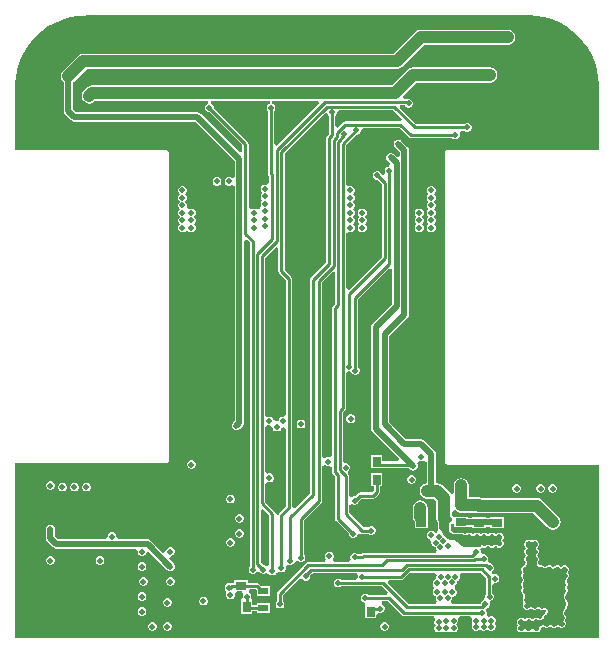
<source format=gbl>
%FSTAX23Y23*%
%MOIN*%
%SFA1B1*%

%IPPOS*%
%ADD16C,0.010000*%
%ADD19C,0.020000*%
%ADD28R,0.025591X0.035433*%
%ADD36R,0.035433X0.025591*%
%ADD58C,0.040000*%
%ADD59C,0.059055*%
%ADD60R,0.059055X0.059055*%
%ADD61C,0.019685*%
%ADD62C,0.118110*%
%ADD63R,0.033465X0.023622*%
%ADD64R,0.034252X0.053937*%
%LNhsmm-1*%
%LPD*%
G36*
X00735Y00974D02*
X00739Y00973D01*
X00748Y00973*
X00765Y00972*
X00791Y00967*
X00816Y0096*
X0084Y0095*
X00863Y00937*
X00885Y00922*
X00905Y00905*
X00922Y00885*
X00937Y00863*
X0095Y0084*
X0096Y00816*
X00967Y00791*
X00972Y00765*
X00973Y00748*
X00973Y00739*
X00974Y00735*
X00974Y00734*
Y00525*
X0047*
X00466Y00524*
X00462Y00522*
X0046Y00518*
X00459Y00515*
Y-00515*
X0046Y-00518*
X00462Y-00522*
X00466Y-00524*
X0047Y-00525*
X00974*
Y-01104*
X-00974*
Y-0052*
X-0047*
X-00466Y-00519*
X-00462Y-00517*
X-0046Y-00513*
X-00459Y-0051*
Y00515*
X-0046Y00518*
X-00462Y00522*
X-00466Y00524*
X-0047Y00525*
X-00974*
Y00585*
Y00732*
X-00973Y00734*
X-00972Y00738*
X-00972Y00747*
X-00971Y00764*
X-00967Y0079*
X-00959Y00815*
X-00949Y00839*
X-00936Y00862*
X-00921Y00884*
X-00904Y00904*
X-00884Y00921*
X-00862Y00936*
X-00839Y00949*
X-00815Y00959*
X-0079Y00967*
X-00764Y00971*
X-00747Y00972*
X-00738Y00972*
X-00734Y00973*
X-00732Y00974*
X00734*
X00735Y00974*
G37*
%LNhsmm-2*%
%LPC*%
G36*
X0067Y00925D02*
X0038D01*
X0037Y00923*
X00361Y00918*
X00289Y00845*
X-00745*
X-00754Y00843*
X-00763Y00838*
X-00813Y00788*
X-00818Y00779*
X-0082Y0077*
X-00818Y0076*
X-00813Y00751*
X-0081Y0075*
Y00655*
X-00809Y00649*
X-00805Y00644*
X-00785Y00624*
X-0078Y0062*
X-00775Y00619*
X-00371*
X-0024Y00488*
Y00435*
X-0025Y00431*
X-00251Y00432*
X-00257Y00434*
X-00262*
X-00268Y00432*
X-00272Y00428*
X-00274Y00422*
Y00417*
X-00272Y00411*
X-00268Y00407*
X-00262Y00405*
X-00257*
X-00251Y00407*
X-0025Y00408*
X-0024Y00404*
Y-00378*
X-00245Y-00384*
X-00247Y-00386*
X-00247Y-00386*
X-00247Y-00387*
X-00249Y-00389*
X-00249Y-00391*
X-00249Y-00392*
Y-00392*
X-0025Y-00395*
X-00249Y-00397*
Y-00397*
X-00249Y-00398*
X-00249Y-004*
X-00247Y-00402*
X-00247Y-00403*
X-00247Y-00403*
X-00245Y-00405*
X-00243Y-00407*
X-00243Y-00407*
X-00242Y-00407*
X-0024Y-00409*
X-00238Y-00409*
X-00237Y-00409*
X-00237*
X-00235Y-0041*
X-00232Y-00409*
X-00232*
X-00231Y-00409*
X-00229Y-00409*
X-00227Y-00407*
X-00226Y-00407*
X-00226Y-00407*
X-00224Y-00405*
X-00214Y-00395*
X-0021Y-0039*
X-00209Y-00385*
Y00222*
X-002Y00226*
X-0019Y00215*
Y-00864*
X-00192Y-00866*
X-00194Y-00872*
Y-00877*
X-00192Y-00883*
X-00188Y-00887*
X-00182Y-00889*
X-00177*
X-00171Y-00887*
X-00168Y-00884*
X-00162Y-00883*
X-00156Y-00884*
X-00153Y-00887*
X-00147Y-00889*
X-00142*
X-00136Y-00887*
X-00127Y-00888*
X-00123Y-00892*
X-00117Y-00894*
X-00112*
X-00106Y-00892*
X-00102Y-00888*
X-00102Y-00887*
X-00094Y-00883*
X-0009Y-00883*
X-00087Y-00884*
X-00082*
X-00076Y-00882*
X-00072Y-00878*
X-0007Y-00872*
Y-00867*
X-00071Y-00863*
X-00063Y-00857*
X-00063Y-00857*
X-00057Y-00859*
X-00052*
X-00046Y-00857*
X-00042Y-00853*
X-0004Y-00848*
X-0004Y-00848*
X-00036Y-00847*
X-0003Y-00845*
X-00028Y-00847*
X-00022Y-00849*
X-00017*
X-00011Y-00847*
X-00007Y-00843*
X-00005Y-00837*
Y-00832*
X-00007Y-00826*
X-00009Y-00824*
Y-00709*
X00047Y-00652*
X00049Y-00648*
X0005Y-00645*
Y-0053*
X0006Y-00526*
X00061Y-00527*
X00067Y-00529*
X00072*
X00074Y-00529*
X00083Y-00533*
X00084Y-00534*
Y-00549*
X00085Y-00553*
X00087Y-00556*
X00094Y-00563*
Y-00705*
X00095Y-00708*
X00097Y-00712*
X0014Y-00754*
Y-00757*
X00142Y-00763*
X00146Y-00767*
X00152Y-00769*
X00157*
X00163Y-00767*
X00167Y-00763*
X00169Y-00757*
X00172Y-00756*
X00179Y-00753*
X00181Y-00754*
X00185Y-00755*
X00204*
X00206Y-00757*
X00212Y-00759*
X00218*
X00223Y-00757*
X00227Y-00753*
X0023Y-00747*
Y-00742*
X00227Y-00736*
X00223Y-00732*
X00218Y-0073*
X00212*
X00206Y-00732*
X00204Y-00734*
X00189*
X0014Y-00685*
Y-0066*
X0015Y-00656*
X00151Y-00657*
X00157Y-00659*
X00162*
X00168Y-00657*
X00172Y-00653*
X00174Y-00647*
Y-00645*
X00182Y-00638*
X00221*
X00225Y-00637*
X00229Y-00635*
X0024Y-00623*
X00242Y-0062*
X00243Y-00616*
Y-00597*
X00251*
Y-00552*
X00215*
Y-00597*
X00223*
Y-00612*
X00217Y-00617*
X00178*
X00174Y-00618*
X00171Y-0062*
X00161Y-0063*
X00157*
X00151Y-00632*
X0015Y-00633*
X0014Y-00629*
Y-00563*
X00139Y-00559*
X00138Y-00558*
X00138Y-00547*
X00142Y-00543*
X00144Y-00537*
Y-00532*
X00142Y-00526*
X00138Y-00522*
X00132Y-0052*
X00127*
X0012Y-00512*
Y-00351*
X00127Y-00344*
X00129Y-0034*
X0013Y-00336*
Y-00222*
X00137Y-00214*
X00142*
X00149Y-00219*
X00153Y-00223*
X00159Y-00225*
X00165*
X0017Y-00223*
X00174Y-00219*
X00176Y-00213*
Y-00208*
X00174Y-00202*
X00172Y-002*
Y-00089*
X00171Y-00085*
X0017Y-00083*
Y00026*
X00274Y0013*
X00284Y00126*
Y00011*
X00219Y-00054*
X00215Y-00059*
X00214Y-00065*
Y-00405*
X00215Y-0041*
X00219Y-00415*
X00308Y-00505*
X00305Y-00514*
X00251*
Y-00492*
X00215*
Y-00524*
X00215Y-00525*
X00215Y-00525*
Y-00537*
X00251*
Y-00535*
X00338*
X00344Y-0054*
X00346Y-00542*
X00346Y-00542*
X00347Y-00542*
X00349Y-00544*
X00351Y-00544*
X00352Y-00544*
X00352*
X00355Y-00545*
X00357Y-00544*
X00357*
X00358Y-00544*
X0036Y-00544*
X00362Y-00542*
X00363Y-00542*
X00363Y-00542*
X00365Y-0054*
X00367Y-00538*
X00367Y-00538*
X00367Y-00537*
X00369Y-00535*
X00369Y-00533*
X00369Y-00532*
Y-00532*
X0037Y-0053*
X00369Y-00527*
Y-00527*
X00369Y-00526*
X00369Y-00524*
X00367Y-00522*
X00367Y-00521*
X00368Y-00519*
X00374Y-00513*
X00377Y-00514*
X00382*
X00388Y-00512*
X00389Y-00511*
X00399Y-00515*
Y-00587*
X00392Y-00589*
X00384Y-00594*
X00378Y-00602*
X00376Y-00612*
X00378Y-00622*
X00384Y-0063*
X00392Y-00636*
X00402Y-00638*
X00424*
X00432Y-00646*
Y-00705*
X00434Y-00714*
X00436Y-00716*
Y-00736*
X00436*
X00438Y-0074*
X00438Y-00743*
X00434Y-00751*
X00431Y-00752*
X00423Y-00747*
X00417Y-00745*
X00412*
X00406Y-00747*
X00402Y-00751*
X004Y-00757*
Y-00762*
X00402Y-00768*
X00406Y-00772*
X00412Y-00774*
X00415Y-00782*
Y-00787*
X00417Y-00793*
X00421Y-00797*
X00427Y-00799*
X0043*
Y-00802*
X00432Y-00808*
X00433Y-00809*
X00429Y-00819*
X0019*
X00186Y-0082*
X00182Y-00822*
X00181Y-00824*
X00171*
X00168Y-00822*
X00163Y-00819*
X00157*
X00151Y-00822*
X00147Y-00826*
X00145Y-00831*
Y-00837*
X00146Y-00839*
X00142Y-00848*
X0014Y-00849*
X0009*
X00086Y-00839*
X00087Y-00838*
X00089Y-00832*
Y-00827*
X00087Y-00821*
X00083Y-00817*
X00077Y-00815*
X00072*
X00066Y-00817*
X00062Y-00821*
X0006Y-00827*
Y-00832*
X00062Y-00838*
X00063Y-00839*
X00059Y-00849*
X00005*
X00001Y-0085*
X-00002Y-00852*
X-00097Y-00947*
X-00099Y-00951*
X-001Y-00955*
Y-00979*
X-00102Y-00981*
X-00104Y-00987*
Y-00992*
X-00102Y-00998*
X-00098Y-01002*
X-00092Y-01004*
X-00087*
X-00081Y-01002*
X-00077Y-00998*
X-00075Y-00992*
Y-00987*
X-00077Y-00981*
X-00079Y-00979*
Y-00959*
X-00026Y-00905*
X-00016Y-00904*
X-00011Y-00909*
X-00006Y-00911*
X0*
X00004Y-00909*
X00009Y-00904*
X00011Y-00899*
Y-00893*
X00011Y-00893*
X00015Y-00889*
X00016Y-00888*
X00019Y-00885*
X00165*
X00166Y-00886*
X0017Y-00895*
X0017Y-00897*
Y-00902*
X00162Y-00909*
X00115*
X00113Y-00907*
X00107Y-00905*
X00102*
X00096Y-00907*
X00092Y-00911*
X0009Y-00917*
Y-00922*
X00092Y-00928*
X00096Y-00932*
X00102Y-00934*
X00107*
X00113Y-00932*
X00115Y-0093*
X0025*
X0027Y-00949*
X00266Y-00959*
X00205*
X00203Y-00957*
X00197Y-00955*
X00192*
X00186Y-00957*
X00182Y-00961*
X0018Y-00967*
Y-00972*
X00182Y-00978*
X00186Y-00982*
X0019Y-00984*
X00193Y-00989*
X00195Y-00994*
Y-01037*
X00231*
Y-01025*
X00231Y-01025*
X00241Y-01019*
X00242Y-01019*
X00247*
X00253Y-01017*
X00257Y-01013*
X00259Y-01007*
Y-01002*
X00257Y-00996*
X00253Y-00992*
X00251Y-00991*
X00251Y-0098*
X00251Y-0098*
X0027*
X00317Y-01027*
X00321Y-01029*
X00325Y-0103*
X00424*
X00428Y-0104*
X00427Y-01041*
X00425Y-01047*
Y-01052*
X00427Y-01058*
X00429Y-0106*
X00427Y-01061*
X00425Y-01067*
Y-01072*
X00427Y-01078*
X00431Y-01082*
X00437Y-01084*
X00442*
X00448Y-01082*
X00452Y-01078*
X00456Y-01082*
X00462Y-01084*
X00467*
X00473Y-01082*
X00477Y-01078*
X00481Y-01082*
X00487Y-01084*
X00492*
X00498Y-01082*
X00502Y-01078*
X00504Y-01072*
Y-01067*
X00502Y-01061*
X00498Y-01057*
X00502Y-01053*
X00504Y-01047*
Y-01042*
X00504Y-0104*
X00508Y-01031*
X00509Y-0103*
X00545*
X00546Y-01031*
X0055Y-0104*
X0055Y-01042*
Y-01047*
X00552Y-01053*
X00554Y-01055*
X00552Y-01056*
X0055Y-01062*
Y-01067*
X00552Y-01073*
X00556Y-01077*
X00562Y-01079*
X00567*
X00573Y-01077*
X00577Y-01073*
X00581Y-01077*
X00587Y-01079*
X00592*
X00598Y-01077*
X00602Y-01073*
X00606Y-01077*
X00612Y-01079*
X00617*
X00623Y-01077*
X00627Y-01073*
X00629Y-01067*
Y-01062*
X00627Y-01056*
X00625Y-01055*
X00627Y-01053*
X00629Y-01047*
Y-01042*
X00627Y-01036*
X00623Y-01032*
X00617Y-0103*
X00612*
X00606Y-01032*
X00599Y-01026*
X00599Y-01022*
Y-01017*
X00598Y-01014*
X00598Y-0101*
X00602Y-01002*
X00603Y-01002*
X00607Y-00998*
X00609Y-00992*
Y-00987*
X00612Y-00979*
X00618Y-00977*
X00622Y-00973*
X00624Y-00967*
Y-00962*
X00622Y-00956*
X00618Y-00952*
X00618Y-00952*
Y-00927*
X00625Y-00919*
X0063*
X00636Y-00917*
X0064Y-00913*
X00642Y-00907*
Y-00902*
X0064Y-00896*
X00636Y-00892*
X0063Y-0089*
X00625*
X00622Y-00891*
X00618Y-00882*
X00622Y-00877*
X00624Y-00872*
Y-00866*
X00622Y-00861*
X00618Y-00856*
X00612Y-00854*
X00609*
X00604Y-00849*
X00603Y-00845*
X00605Y-00841*
X00605Y-00841*
Y-00835*
X00602Y-00829*
X00598Y-00825*
X00593Y-00823*
X00588*
X00585Y-00821*
X00579Y-00815*
Y-00812*
X00577Y-00806*
X00583Y-00799*
X00588Y-00801*
X00594*
X006Y-00799*
X00604Y-00794*
X00608Y-00799*
X00613Y-00801*
X00619*
X00625Y-00799*
X00629Y-00794*
X00633Y-00799*
X00638Y-00801*
X00644*
X0065Y-00799*
X00654Y-00794*
X00656Y-00789*
Y-00783*
X00654Y-00778*
X00652Y-00776*
X00654Y-00774*
X00656Y-00769*
Y-00763*
X00654Y-00758*
X0065Y-00753*
X00644Y-00751*
X00638*
X00633Y-00753*
X00629Y-00757*
X00625Y-00753*
X00619Y-00751*
X00613*
X00608Y-00753*
X00604Y-00757*
X006Y-00753*
X00594Y-00751*
X00588*
X00583Y-00753*
X00579Y-00757*
X00575Y-00753*
X00569Y-00751*
X00563*
X00558Y-00753*
X00554Y-00757*
X0055Y-00753*
X00544Y-00751*
X00538*
X00533Y-00753*
X00527Y-00755*
X00525Y-00754*
X00525Y-00753*
X00524Y-00753*
X00522Y-00752*
X0052Y-00751*
X00519Y-00751*
X00519*
X00516Y-00751*
X00486*
X00479Y-00742*
X0048Y-00736*
Y-00721*
X00482Y-00719*
X00492Y-00723*
Y-00734*
X00537*
Y-00732*
X00552*
Y-00736*
X00597*
Y-00732*
X00612*
Y-00736*
X00657*
Y-007*
X00612*
Y-00701*
X00597*
Y-007*
X00552*
Y-00701*
X00537*
Y-00699*
X00493*
X00492*
X00483Y-00695*
Y-00681*
X00492Y-00677*
X00493*
X00496*
X00496Y-00678*
X00505Y-00683*
X00515Y-00685*
X00516Y-00685*
X00566*
X00575Y-00686*
X00755*
X00802Y-00733*
X0081Y-00739*
X0082Y-00741*
X0083Y-00739*
X00838Y-00733*
X00844Y-00725*
X00846Y-00715*
X00844Y-00705*
X00838Y-00697*
X00784Y-00643*
X00776Y-00637*
X00766Y-00635*
X00582*
X00573Y-00634*
X0054*
Y-00594*
X00538Y-00585*
X00533Y-00576*
X00524Y-00571*
X00515Y-00569*
X00505Y-00571*
X00496Y-00576*
X00491Y-00585*
X00489Y-00594*
Y-00619*
X00479Y-00622*
X00476Y-00617*
X00452Y-00594*
X00444Y-00589*
X00434Y-00587*
X0043*
Y-0049*
X00429Y-00484*
X00425Y-00479*
X0039Y-00444*
X00388Y-00442*
X00388Y-00442*
X00387Y-00442*
X00385Y-0044*
X00383Y-0044*
X00382Y-0044*
X00382*
X0038Y-00439*
X00331*
X00275Y-00383*
Y-00096*
X00335Y-00035*
X00339Y-0003*
X0034Y-00025*
Y00525*
X00339Y0053*
X00335Y00535*
X00315Y00555*
X00313Y00557*
X00313Y00557*
X00312Y00557*
X0031Y00559*
X00308Y00559*
X00307Y00559*
X00307*
X00305Y0056*
X00302Y00559*
X00302*
X00301Y00559*
X00299Y00559*
X00297Y00557*
X00296Y00557*
X00296Y00557*
X00294Y00555*
X00292Y00553*
X00292Y00553*
X00292Y00552*
X0029Y0055*
X0029Y00548*
X0029Y00547*
Y00547*
X00289Y00545*
X0029Y00542*
Y00542*
X0029Y00541*
X0029Y00539*
X00292Y00537*
X00292Y00536*
X00292Y00536*
X00294Y00534*
X00309Y00518*
Y00504*
X003Y00501*
X0029Y0051*
X00288Y00512*
X00288Y00512*
X00287Y00512*
X00285Y00514*
X00283Y00514*
X00282Y00514*
X00282*
X0028Y00515*
X00277Y00514*
X00277*
X00276Y00514*
X00274Y00514*
X00272Y00512*
X00271Y00512*
X00271Y00512*
X00269Y0051*
X00267Y00508*
X00267Y00508*
X00267Y00507*
X00265Y00505*
X00265Y00503*
X00265Y00502*
Y00502*
X00264Y005*
X00265Y00497*
Y00497*
X00265Y00496*
X00265Y00494*
X00267Y00492*
X00267Y00491*
X00267Y00491*
X00269Y00489*
X00278Y00479*
X00274Y00469*
X00272*
X00266Y00467*
X00262Y00463*
X0026Y00457*
Y00452*
X00262Y00446*
X00262Y00444*
X00251Y0044*
X00249Y00441*
Y00442*
X00247Y00448*
X00243Y00452*
X00237Y00454*
X00232*
X00226Y00452*
X00222Y00448*
X0022Y00442*
Y00437*
X00222Y00431*
X00226Y00427*
X00232Y00425*
X00235*
X00249Y0041*
Y00169*
X0014Y00059*
X0013Y00063*
Y00245*
X00131Y00246*
X0014Y0025*
X00142Y0025*
X00147*
X00153Y00252*
X00157Y00256*
X00159Y00262*
Y00267*
X00157Y00273*
X00153Y00277*
X00157Y00281*
X00159Y00287*
Y00292*
X00157Y00298*
X00153Y00302*
X00157Y00306*
X00159Y00312*
Y00317*
X00157Y00323*
X00153Y00327*
X00157Y00331*
X00159Y00337*
Y00342*
X00157Y00348*
X00153Y00352*
X00157Y00356*
X00159Y00362*
Y00367*
X00157Y00373*
X00153Y00377*
X00157Y00381*
X00159Y00387*
Y00392*
X00157Y00398*
X00153Y00402*
X00147Y00404*
X00142*
X0014Y00404*
X00131Y00408*
X0013Y00409*
Y0054*
X00164Y00575*
X00167*
X00173Y00577*
X00177Y00581*
X00179Y00587*
Y00592*
X00187Y00599*
X00308*
X0034Y00567*
X00343Y00565*
X00347Y00564*
X00484*
X00486Y00562*
X00492Y0056*
X00497*
X00503Y00562*
X00507Y00566*
X00509Y00572*
Y00577*
X00509Y00579*
X00513Y00588*
X00514Y00589*
X00524*
X00526Y00587*
X00532Y00585*
X00537*
X00543Y00587*
X00547Y00591*
X00549Y00597*
Y00602*
X00547Y00608*
X00543Y00612*
X00537Y00614*
X00532*
X00526Y00612*
X00524Y0061*
X00364*
X00309Y00665*
X00312Y00674*
X00326*
X00327Y00671*
X00331Y00667*
X00337Y00665*
X00342*
X00348Y00667*
X00352Y00671*
X00354Y00677*
Y00682*
X00352Y00688*
X00348Y00692*
X00342Y00694*
X00337*
X00336Y00694*
X00335Y00695*
X00325*
X00321Y00705*
X00365Y00749*
X0061*
X00619Y00751*
X00628Y00756*
X00633Y00765*
X00635Y00775*
X00633Y00784*
X00628Y00793*
X00619Y00798*
X0061Y008*
X00355*
X00345Y00798*
X00336Y00793*
X00284Y0074*
X-00715*
X-00724Y00738*
X-00733Y00733*
X-00743Y00723*
X-00748Y00714*
X-0075Y00705*
X-00748Y00695*
X-00743Y00686*
X-00734Y00681*
X-00725Y00679*
X-00715Y00681*
X-00706Y00686*
X-00704Y00689*
X-00331*
X-0033Y00689*
X-00331Y00678*
X-00333Y00677*
X-00337Y00673*
X-00339Y00667*
Y00662*
X-00337Y00656*
X-00333Y00652*
X-00327Y0065*
X-00324*
X-00215Y0054*
Y00519*
X-00224Y00516*
X-00354Y00645*
X-00359Y00649*
X-00365Y0065*
X-00768*
X-00779Y00661*
Y0075*
X-00776Y00751*
X-00734Y00794*
X003*
X00309Y00796*
X00318Y00801*
X00323Y00806*
X0039Y00874*
X0067*
X00679Y00876*
X00688Y00881*
X00693Y0089*
X00695Y009*
X00693Y00909*
X00688Y00918*
X00679Y00923*
X0067Y00925*
G37*
G36*
X-00297Y00434D02*
X-00302D01*
X-00308Y00432*
X-00312Y00428*
X-00314Y00422*
Y00417*
X-00312Y00411*
X-00308Y00407*
X-00302Y00405*
X-00297*
X-00291Y00407*
X-00287Y00411*
X-00285Y00417*
Y00422*
X-00287Y00428*
X-00291Y00432*
X-00297Y00434*
G37*
G36*
X00417Y00404D02*
X00412D01*
X00406Y00402*
X00402Y00398*
X004Y00392*
Y00387*
X00402Y00381*
X00406Y00377*
X00402Y00373*
X004Y00367*
Y00362*
X00402Y00356*
X00406Y00352*
X00402Y00348*
X004Y00342*
Y00337*
X00402Y00331*
X00406Y00327*
X00402Y00323*
X004Y00317*
Y00312*
X00402Y00306*
X00406Y00302*
X00402Y00298*
X004Y00292*
Y00287*
X00402Y00281*
X00406Y00277*
X00402Y00273*
X004Y00267*
Y00262*
X00402Y00256*
X00406Y00252*
X00412Y0025*
X00417*
X00423Y00252*
X00427Y00256*
X00429Y00262*
Y00267*
X00427Y00273*
X00423Y00277*
X00427Y00281*
X00429Y00287*
Y00292*
X00427Y00298*
X00423Y00302*
X00427Y00306*
X00429Y00312*
Y00317*
X00427Y00323*
X00423Y00327*
X00427Y00331*
X00429Y00337*
Y00342*
X00427Y00348*
X00423Y00352*
X00427Y00356*
X00429Y00362*
Y00367*
X00427Y00373*
X00423Y00377*
X00427Y00381*
X00429Y00387*
Y00392*
X00427Y00398*
X00423Y00402*
X00417Y00404*
G37*
G36*
X00377Y00329D02*
X00372D01*
X00366Y00327*
X00362Y00323*
X0036Y00317*
Y00312*
X00362Y00306*
X00366Y00302*
X00362Y00298*
X0036Y00292*
Y00287*
X00362Y00281*
X00366Y00277*
X00362Y00273*
X0036Y00267*
Y00262*
X00362Y00256*
X00366Y00252*
X00372Y0025*
X00377*
X00383Y00252*
X00387Y00256*
X00389Y00262*
Y00267*
X00387Y00273*
X00383Y00277*
X00387Y00281*
X00389Y00287*
Y00292*
X00387Y00298*
X00383Y00302*
X00387Y00306*
X00389Y00312*
Y00317*
X00387Y00323*
X00383Y00327*
X00377Y00329*
G37*
G36*
X00187D02*
X00182D01*
X00176Y00327*
X00172Y00323*
X0017Y00317*
Y00312*
X00172Y00306*
X00176Y00302*
X00172Y00298*
X0017Y00292*
Y00287*
X00172Y00281*
X00176Y00277*
X00172Y00273*
X0017Y00267*
Y00262*
X00172Y00256*
X00176Y00252*
X00182Y0025*
X00187*
X00193Y00252*
X00197Y00256*
X00199Y00262*
Y00267*
X00197Y00273*
X00193Y00277*
X00197Y00281*
X00199Y00287*
Y00292*
X00197Y00298*
X00193Y00302*
X00197Y00306*
X00199Y00312*
Y00317*
X00197Y00323*
X00193Y00327*
X00187Y00329*
G37*
G36*
X-00412Y00404D02*
X-00417D01*
X-00423Y00402*
X-00427Y00398*
X-00429Y00392*
Y00387*
X-00427Y00381*
X-00423Y00377*
X-00427Y00373*
X-00429Y00367*
Y00362*
X-00427Y00356*
X-00423Y00352*
X-00427Y00348*
X-00429Y00342*
Y00337*
X-00427Y00331*
X-00423Y00327*
X-00427Y00323*
X-00429Y00317*
Y00312*
X-00427Y00306*
X-00423Y00302*
X-00427Y00298*
X-00429Y00292*
Y00287*
X-00427Y00281*
X-00423Y00277*
X-00427Y00273*
X-00429Y00267*
Y00262*
X-00427Y00256*
X-00423Y00252*
X-00417Y0025*
X-00412*
X-00406Y00252*
X-00406Y00252*
X-004Y00255*
X-00393Y00252*
X-00393Y00252*
X-00387Y0025*
X-00382*
X-00376Y00252*
X-00372Y00256*
X-0037Y00262*
Y00267*
X-00372Y00273*
X-00376Y00277*
X-00372Y00281*
X-0037Y00287*
Y00292*
X-00372Y00298*
X-00376Y00302*
X-00372Y00306*
X-0037Y00312*
Y00317*
X-00372Y00323*
X-00376Y00327*
X-00382Y00329*
X-00387*
X-00393Y00327*
X-00393Y00327*
X-00401Y00333*
X-004Y00337*
Y00342*
X-00402Y00348*
X-00406Y00352*
X-00402Y00356*
X-004Y00362*
Y00367*
X-00402Y00373*
X-00406Y00377*
X-00402Y00381*
X-004Y00387*
Y00392*
X-00402Y00398*
X-00406Y00402*
X-00412Y00404*
G37*
G36*
X00149Y-00357D02*
X00143D01*
X00138Y-00359*
X00133Y-00364*
X00131Y-00369*
Y-00375*
X00133Y-0038*
X00138Y-00385*
X00143Y-00387*
X00149*
X00154Y-00385*
X00159Y-0038*
X00161Y-00375*
Y-00369*
X00159Y-00364*
X00154Y-00359*
X00149Y-00357*
G37*
G36*
X-00382Y-0051D02*
X-00387D01*
X-00393Y-00512*
X-00397Y-00516*
X-00399Y-00522*
Y-00527*
X-00397Y-00533*
X-00393Y-00537*
X-00387Y-00539*
X-00382*
X-00376Y-00537*
X-00372Y-00533*
X-0037Y-00527*
Y-00522*
X-00372Y-00516*
X-00376Y-00512*
X-00382Y-0051*
G37*
G36*
X00352Y-0056D02*
X00347D01*
X00341Y-00562*
X00337Y-00566*
X00335Y-00572*
Y-00577*
X00337Y-00583*
X00341Y-00587*
X00347Y-00589*
X00352*
X00358Y-00587*
X00362Y-00583*
X00364Y-00577*
Y-00572*
X00362Y-00566*
X00358Y-00562*
X00352Y-0056*
G37*
G36*
X-00852Y-0058D02*
X-00857D01*
X-00863Y-00582*
X-00867Y-00586*
X-00869Y-00592*
Y-00597*
X-00867Y-00603*
X-00863Y-00607*
X-00857Y-00609*
X-00852*
X-00846Y-00607*
X-00842Y-00603*
X-0084Y-00597*
Y-00592*
X-00842Y-00586*
X-00846Y-00582*
X-00852Y-0058*
G37*
G36*
X-00732Y-00585D02*
X-00737D01*
X-00743Y-00587*
X-00747Y-00591*
X-00749Y-00597*
Y-00602*
X-00747Y-00608*
X-00743Y-00612*
X-00737Y-00614*
X-00732*
X-00726Y-00612*
X-00722Y-00608*
X-0072Y-00602*
Y-00597*
X-00722Y-00591*
X-00726Y-00587*
X-00732Y-00585*
G37*
G36*
X-00772D02*
X-00777D01*
X-00783Y-00587*
X-00787Y-00591*
X-00789Y-00597*
Y-00602*
X-00787Y-00608*
X-00783Y-00612*
X-00777Y-00614*
X-00772*
X-00766Y-00612*
X-00762Y-00608*
X-0076Y-00602*
Y-00597*
X-00762Y-00591*
X-00766Y-00587*
X-00772Y-00585*
G37*
G36*
X-00812D02*
X-00817D01*
X-00823Y-00587*
X-00827Y-00591*
X-00829Y-00597*
Y-00602*
X-00827Y-00608*
X-00823Y-00612*
X-00817Y-00614*
X-00812*
X-00806Y-00612*
X-00802Y-00608*
X-008Y-00602*
Y-00597*
X-00802Y-00591*
X-00806Y-00587*
X-00812Y-00585*
G37*
G36*
X00822Y-0059D02*
X00817D01*
X00811Y-00592*
X00807Y-00596*
X00805Y-00602*
Y-00607*
X00807Y-00613*
X00811Y-00617*
X00817Y-00619*
X00822*
X00828Y-00617*
X00832Y-00613*
X00834Y-00607*
Y-00602*
X00832Y-00596*
X00828Y-00592*
X00822Y-0059*
G37*
G36*
X00782D02*
X00777D01*
X00771Y-00592*
X00767Y-00596*
X00765Y-00602*
Y-00607*
X00767Y-00613*
X00771Y-00617*
X00777Y-00619*
X00782*
X00788Y-00617*
X00792Y-00613*
X00794Y-00607*
Y-00602*
X00792Y-00596*
X00788Y-00592*
X00782Y-0059*
G37*
G36*
X00702D02*
X00697D01*
X00691Y-00592*
X00687Y-00596*
X00685Y-00602*
Y-00607*
X00687Y-00613*
X00691Y-00617*
X00697Y-00619*
X00702*
X00708Y-00617*
X00712Y-00613*
X00714Y-00607*
Y-00602*
X00712Y-00596*
X00708Y-00592*
X00702Y-0059*
G37*
G36*
X-00252Y-00625D02*
X-00257D01*
X-00263Y-00627*
X-00267Y-00631*
X-00269Y-00637*
Y-00642*
X-00267Y-00648*
X-00263Y-00652*
X-00257Y-00654*
X-00252*
X-00246Y-00652*
X-00242Y-00648*
X-0024Y-00642*
Y-00637*
X-00242Y-00631*
X-00246Y-00627*
X-00252Y-00625*
G37*
G36*
X-00222Y-0069D02*
X-00227D01*
X-00233Y-00692*
X-00237Y-00696*
X-00239Y-00702*
Y-00707*
X-00237Y-00713*
X-00233Y-00717*
X-00227Y-00719*
X-00222*
X-00216Y-00717*
X-00212Y-00713*
X-0021Y-00707*
Y-00702*
X-00212Y-00696*
X-00216Y-00692*
X-00222Y-0069*
G37*
G36*
X00378Y-00644D02*
X00368Y-00646D01*
X0036Y-00651*
X00355Y-00659*
X00353Y-00669*
X00353Y-0067*
Y-00698*
X00355Y-00707*
X00359Y-00714*
Y-00736*
X00403*
Y-007*
X00404Y-00698*
Y-00669*
X00402Y-0066*
X00396Y-00651*
X00396Y-00651*
X00388Y-00646*
X00378Y-00644*
G37*
G36*
X-00222Y-0074D02*
X-00227D01*
X-00233Y-00742*
X-00237Y-00746*
X-00239Y-00752*
Y-00757*
X-00237Y-00763*
X-00233Y-00767*
X-00227Y-00769*
X-00222*
X-00216Y-00767*
X-00212Y-00763*
X-0021Y-00757*
Y-00752*
X-00212Y-00746*
X-00216Y-00742*
X-00222Y-0074*
G37*
G36*
X00762Y-00775D02*
X00757D01*
X00751Y-00777*
X0075Y-00779*
X00748Y-00777*
X00742Y-00775*
X00737*
X00731Y-00777*
X00727Y-00781*
X00725Y-00787*
Y-00792*
X00727Y-00798*
X00731Y-00802*
X00727Y-00806*
X00725Y-00812*
Y-00817*
X00727Y-00823*
X00731Y-00827*
X00727Y-00831*
X00725Y-00837*
Y-00842*
X00727Y-00848*
X00729Y-0085*
X00727Y-00856*
X00726Y-0086*
X00726Y-0086*
X00721Y-00862*
X00717Y-00866*
X00715Y-00872*
Y-00877*
X00717Y-00883*
X00719Y-00885*
X00717Y-00886*
X00715Y-00892*
Y-00897*
X00717Y-00903*
X00717Y-00903*
X0072Y-0091*
X00717Y-00916*
X00717Y-00916*
X00715Y-00922*
Y-00927*
X00717Y-00933*
X00719Y-00935*
X00717Y-00936*
X00715Y-00942*
Y-00947*
X00717Y-00953*
X00721Y-00957*
X00721Y-0096*
X00722Y-00967*
X0072Y-00972*
Y-00977*
X00722Y-00983*
X00724Y-00985*
X00722Y-00986*
X0072Y-00992*
Y-00997*
X00722Y-01003*
X00726Y-01007*
X00732Y-01009*
X00737*
X00743Y-01007*
X00747Y-01003*
X00751Y-01007*
X00757Y-01009*
X00762*
X00768Y-01007*
X00772Y-01003*
X00776Y-01007*
X00782Y-01009*
X00787*
X00793Y-01007*
X00799Y-01011*
X00798Y-01013*
X00794Y-01021*
X00791Y-01022*
X00787Y-01026*
X00785Y-01032*
Y-01035*
X00776Y-01039*
X00775Y-01039*
X00773Y-01037*
X00767Y-01035*
X00762*
X00756Y-01037*
X00752Y-01041*
X00748Y-01037*
X00742Y-01035*
X00737*
X00731Y-01037*
X00727Y-01041*
X00723Y-01037*
X00717Y-01035*
X00712*
X00706Y-01037*
X00702Y-01041*
X007Y-01047*
Y-01052*
X00702Y-01058*
X00704Y-0106*
X00702Y-01061*
X007Y-01067*
Y-01072*
X00702Y-01078*
X00706Y-01082*
X00712Y-01084*
X00717*
X00723Y-01082*
X00727Y-01078*
X00731Y-01082*
X00737Y-01084*
X00742*
X00748Y-01082*
X00752Y-01078*
X00756Y-01082*
X00762Y-01084*
X00767*
X00773Y-01082*
X00777Y-01078*
X00779Y-01072*
Y-01069*
X00788Y-01065*
X00789Y-01065*
X00791Y-01067*
X00797Y-01069*
X00802*
X00808Y-01067*
X00812Y-01063*
X00816Y-01067*
X00822Y-01069*
X00827*
X00833Y-01067*
X00837Y-01063*
X00841Y-01067*
X00847Y-01069*
X00852*
X00858Y-01067*
X00862Y-01063*
X00864Y-01057*
Y-01052*
X00862Y-01046*
X0086Y-01045*
X00862Y-01043*
X00864Y-01037*
Y-01032*
X00862Y-01026*
X00861Y-01025*
X00858Y-01021*
X00861Y-01012*
X00862Y-01011*
X00867Y-01003*
X00869Y-00994*
Y-00985*
X00867Y-00976*
X00862Y-00968*
X00862Y-00968*
X00863Y-00957*
X00867Y-00953*
X00869Y-00947*
Y-00942*
X00867Y-00936*
X00865Y-00935*
X00867Y-00933*
X00869Y-00927*
Y-00922*
X00867Y-00917*
X00868Y-0091*
X00868Y-00907*
X00872Y-00903*
X00874Y-00897*
Y-00892*
X00872Y-00886*
X0087Y-00885*
X00872Y-00883*
X00874Y-00877*
Y-00872*
X00872Y-00866*
X00868Y-00862*
X00862Y-0086*
X00857*
X00851Y-00862*
X00847Y-00866*
X00843Y-00862*
X00837Y-0086*
X00832*
X00826Y-00862*
X00822Y-00866*
X00818Y-00862*
X00812Y-0086*
X00807*
X00801Y-00862*
X00801Y-00862*
X00795Y-00865*
X00788Y-00862*
X00788Y-00862*
X00782Y-0086*
X00777*
X00775Y-0086*
X00774Y-0086*
X00771Y-00849*
X00772Y-00848*
X00774Y-00842*
Y-00837*
X00772Y-00831*
X00768Y-00827*
X00772Y-00823*
X00774Y-00817*
Y-00812*
X00772Y-00806*
X00768Y-00802*
X00772Y-00798*
X00774Y-00792*
Y-00787*
X00772Y-00781*
X00768Y-00777*
X00762Y-00775*
G37*
G36*
X-00252Y-0077D02*
X-00257D01*
X-00263Y-00772*
X-00267Y-00776*
X-00269Y-00782*
Y-00787*
X-00267Y-00793*
X-00263Y-00797*
X-00257Y-00799*
X-00252*
X-00246Y-00797*
X-00242Y-00793*
X-0024Y-00787*
Y-00782*
X-00242Y-00776*
X-00246Y-00772*
X-00252Y-0077*
G37*
G36*
X-00687Y-0083D02*
X-00692D01*
X-00698Y-00832*
X-00702Y-00836*
X-00704Y-00842*
Y-00847*
X-00702Y-00853*
X-00698Y-00857*
X-00692Y-00859*
X-00687*
X-00681Y-00857*
X-00677Y-00853*
X-00675Y-00847*
Y-00842*
X-00677Y-00836*
X-00681Y-00832*
X-00687Y-0083*
G37*
G36*
X-00852D02*
X-00857D01*
X-00863Y-00832*
X-00867Y-00836*
X-00869Y-00842*
Y-00847*
X-00867Y-00853*
X-00863Y-00857*
X-00857Y-00859*
X-00852*
X-00846Y-00857*
X-00842Y-00853*
X-0084Y-00847*
Y-00842*
X-00842Y-00836*
X-00846Y-00832*
X-00852Y-0083*
G37*
G36*
X-00547Y-0085D02*
X-00552D01*
X-00558Y-00852*
X-00562Y-00856*
X-00564Y-00862*
Y-00867*
X-00562Y-00873*
X-00558Y-00877*
X-00552Y-00879*
X-00547*
X-00541Y-00877*
X-00537Y-00873*
X-00535Y-00867*
Y-00862*
X-00537Y-00856*
X-00541Y-00852*
X-00547Y-0085*
G37*
G36*
X-00855Y-00724D02*
X-00857Y-00725D01*
X-00857*
X-00858Y-00725*
X-0086Y-00725*
X-00862Y-00727*
X-00863Y-00727*
X-00863Y-00727*
X-00865Y-00729*
X-00867Y-00731*
X-00867Y-00731*
X-00867Y-00732*
X-00869Y-00734*
X-00869Y-00736*
X-00869Y-00737*
Y-00737*
X-0087Y-0074*
Y-0077*
X-00869Y-00775*
X-00865Y-0078*
X-00845Y-008*
X-0084Y-00804*
X-00835Y-00805*
X-00572*
X-00564Y-00812*
Y-00817*
X-00562Y-00823*
X-00558Y-00827*
X-00552Y-00829*
X-00547*
X-00541Y-00827*
X-00537Y-00823*
X-00535Y-00819*
X-00529Y-00817*
X-00525Y-00816*
X-00465Y-00875*
X-00463Y-00877*
X-00463Y-00877*
X-00462Y-00877*
X-0046Y-00879*
X-00458Y-00879*
X-00457Y-00879*
X-00457*
X-00455Y-0088*
X-00452Y-00879*
X-00452*
X-00451Y-00879*
X-00449Y-00879*
X-00447Y-00877*
X-00446Y-00877*
X-00446Y-00877*
X-00444Y-00875*
X-00442Y-00873*
X-00442Y-00873*
X-00442Y-00872*
X-0044Y-0087*
X-0044Y-00868*
X-0044Y-00867*
Y-00867*
X-00439Y-00865*
X-0044Y-00862*
Y-00862*
X-0044Y-00861*
X-0044Y-00859*
X-00442Y-00857*
X-00442Y-00856*
X-00442Y-00856*
X-00444Y-00854*
X-00458Y-00839*
X-00454Y-00829*
X-00452*
X-00446Y-00827*
X-00442Y-00823*
X-0044Y-00817*
Y-00812*
X-00442Y-00806*
X-00446Y-00802*
X-00452Y-008*
X-00457*
X-00463Y-00802*
X-00467Y-00806*
X-00469Y-00812*
Y-00814*
X-00479Y-00818*
X-00519Y-00779*
X-00524Y-00775*
X-0053Y-00774*
X-00627*
X-00635Y-00767*
Y-00762*
X-00637Y-00756*
X-00641Y-00752*
X-00647Y-0075*
X-00652*
X-00658Y-00752*
X-00662Y-00756*
X-00664Y-00762*
Y-00767*
X-00672Y-00774*
X-00828*
X-00839Y-00763*
Y-0074*
X-0084Y-00737*
Y-00737*
X-0084Y-00736*
X-0084Y-00734*
X-00842Y-00732*
X-00842Y-00731*
X-00842Y-00731*
X-00844Y-00729*
X-00846Y-00727*
X-00846Y-00727*
X-00847Y-00727*
X-00849Y-00725*
X-00851Y-00725*
X-00852Y-00725*
X-00852*
X-00855Y-00724*
G37*
G36*
X-00197Y-0091D02*
X-00242D01*
Y-00918*
X-0025*
X-00254Y-00919*
X-00256Y-0092*
X-00257Y-0092*
X-00262*
X-00268Y-00922*
X-00272Y-00926*
X-00274Y-00932*
Y-00937*
X-00272Y-00943*
X-00268Y-00947*
X-00269Y-00957*
Y-00962*
X-00267Y-00968*
X-00263Y-00972*
X-00257Y-00974*
X-00252*
X-00246Y-00972*
X-00242Y-00968*
X-0024Y-00962*
Y-00957*
X-0024Y-00956*
X-00234Y-00946*
X-00234Y-00946*
X-00216*
X-00212Y-00956*
X-00212Y-00956*
X-00214Y-00962*
Y-00967*
X-00219Y-00977*
Y-01022*
X-00183*
Y-01011*
X-00166*
Y-0102*
X-00123*
Y-00986*
X-00166*
Y-00991*
X-00183*
Y-00977*
X-00185Y-00967*
Y-00962*
X-00187Y-00956*
X-0019Y-00953*
X-00191Y-00952*
X-00194Y-00948*
X-0019Y-0094*
X-00188Y-00938*
X-00172*
X-00166Y-00944*
Y-00963*
X-00123*
Y-00929*
X-00152*
X-0016Y-00921*
X-00163Y-00919*
X-00167Y-00918*
X-00197*
Y-0091*
G37*
G36*
X-00452Y-009D02*
X-00457D01*
X-00463Y-00902*
X-00467Y-00906*
X-00469Y-00912*
Y-00917*
X-00467Y-00923*
X-00463Y-00927*
X-00457Y-00929*
X-00452*
X-00446Y-00927*
X-00442Y-00923*
X-0044Y-00917*
Y-00912*
X-00442Y-00906*
X-00446Y-00902*
X-00452Y-009*
G37*
G36*
X-00542D02*
X-00547D01*
X-00553Y-00902*
X-00557Y-00906*
X-00559Y-00912*
Y-00917*
X-00557Y-00923*
X-00553Y-00927*
X-00547Y-00929*
X-00542*
X-00536Y-00927*
X-00532Y-00923*
X-0053Y-00917*
Y-00912*
X-00532Y-00906*
X-00536Y-00902*
X-00542Y-009*
G37*
G36*
X-00547Y-0095D02*
X-00552D01*
X-00558Y-00952*
X-00562Y-00956*
X-00564Y-00962*
Y-00967*
X-00562Y-00973*
X-00558Y-00977*
X-00552Y-00979*
X-00547*
X-00541Y-00977*
X-00537Y-00973*
X-00535Y-00967*
Y-00962*
X-00537Y-00956*
X-00541Y-00952*
X-00547Y-0095*
G37*
G36*
X-00342Y-00965D02*
X-00347D01*
X-00353Y-00967*
X-00357Y-00971*
X-00359Y-00977*
Y-00982*
X-00357Y-00988*
X-00353Y-00992*
X-00347Y-00994*
X-00342*
X-00336Y-00992*
X-00332Y-00988*
X-0033Y-00982*
Y-00977*
X-00332Y-00971*
X-00336Y-00967*
X-00342Y-00965*
G37*
G36*
X-00462Y-0097D02*
X-00467D01*
X-00473Y-00972*
X-00477Y-00976*
X-00479Y-00982*
Y-00987*
X-00477Y-00993*
X-00473Y-00997*
X-00467Y-00999*
X-00462*
X-00456Y-00997*
X-00452Y-00993*
X-0045Y-00987*
Y-00982*
X-00452Y-00976*
X-00456Y-00972*
X-00462Y-0097*
G37*
G36*
X-00547Y-01D02*
X-00552D01*
X-00558Y-01002*
X-00562Y-01006*
X-00564Y-01012*
Y-01017*
X-00562Y-01023*
X-00558Y-01027*
X-00552Y-01029*
X-00547*
X-00541Y-01027*
X-00537Y-01023*
X-00535Y-01017*
Y-01012*
X-00537Y-01006*
X-00541Y-01002*
X-00547Y-01*
G37*
G36*
X00262Y-0105D02*
X00257D01*
X00251Y-01052*
X00247Y-01056*
X00245Y-01062*
Y-01067*
X00247Y-01073*
X00251Y-01077*
X00257Y-01079*
X00262*
X00268Y-01077*
X00272Y-01073*
X00274Y-01067*
Y-01062*
X00272Y-01056*
X00268Y-01052*
X00262Y-0105*
G37*
G36*
X-00462D02*
X-00467D01*
X-00473Y-01052*
X-00477Y-01056*
X-00479Y-01062*
Y-01067*
X-00477Y-01073*
X-00473Y-01077*
X-00467Y-01079*
X-00462*
X-00456Y-01077*
X-00452Y-01073*
X-0045Y-01067*
Y-01062*
X-00452Y-01056*
X-00456Y-01052*
X-00462Y-0105*
G37*
G36*
X-00512D02*
X-00517D01*
X-00523Y-01052*
X-00527Y-01056*
X-00529Y-01062*
Y-01067*
X-00527Y-01073*
X-00523Y-01077*
X-00517Y-01079*
X-00512*
X-00506Y-01077*
X-00502Y-01073*
X-005Y-01067*
Y-01062*
X-00502Y-01056*
X-00506Y-01052*
X-00512Y-0105*
G37*
%LNhsmm-3*%
%LPD*%
G36*
X00316Y00629D02*
X00313Y00622D01*
X00311Y0062*
X00128*
X00124Y00619*
X00121Y00617*
X00104Y00599*
X00095Y00603*
Y00639*
X00097Y00641*
X00099Y00647*
Y00652*
X00107Y00659*
X00285*
X00316Y00629*
G37*
G36*
X0004Y0068D02*
X-00099Y00539D01*
X-00109Y00543*
Y00654*
X-00107Y00656*
X-00105Y00662*
Y00667*
X-00107Y00673*
X-00111Y00677*
X-00117Y00679*
X-00116Y00689*
X00037*
X0004Y0068*
G37*
G36*
X-00122Y00679D02*
X-00128Y00677D01*
X-00132Y00673*
X-00134Y00667*
Y00662*
X-00132Y00656*
X-0013Y00654*
Y00446*
X-00129Y00442*
X-00127Y00439*
X-00125Y00437*
Y00414*
X-00126Y00413*
X-00135Y00409*
X-00137Y00409*
X-00142*
X-00148Y00407*
X-00152Y00403*
X-00154Y00397*
Y00392*
X-00152Y00386*
X-00148Y00382*
X-00152Y00378*
X-00154Y00372*
Y00367*
X-00152Y00361*
X-00148Y00357*
X-00152Y00353*
X-00154Y00347*
Y00342*
X-00152Y00336*
X-00152Y00336*
X-00155Y00328*
X-00165Y00326*
X-00166Y00327*
X-00172Y00329*
X-00177*
X-00183Y00327*
X-00184Y00326*
X-00194Y0033*
Y00545*
X-00195Y00548*
X-00197Y00552*
X-0031Y00664*
Y00667*
X-00312Y00673*
X-00316Y00677*
X-00318Y00678*
X-00319Y00689*
X-00318Y00689*
X-00123*
X-00122Y00679*
G37*
G36*
X-00095Y00197D02*
Y0012D01*
X-00094Y00116*
X-00092Y00112*
X-0007Y0009*
Y-00357*
X-00077Y-00365*
X-00082*
X-00088Y-00367*
X-00092Y-00371*
X-00094Y-00377*
X-00095Y-00379*
X-00101Y-0038*
X-0011Y-00377*
X-00112Y-00371*
X-00116Y-00367*
X-00122Y-00365*
X-00127*
X-00129Y-00365*
X-00138Y-00361*
X-00139Y-0036*
Y00165*
X-00104Y00201*
X-00095Y00197*
G37*
G36*
X00094Y00116D02*
Y00012D01*
X00087Y00005*
X00085Y00001*
X00084Y-00001*
Y-00495*
X00083Y-00496*
X00074Y-005*
X00072Y-005*
X00067*
X00061Y-00502*
X0006Y-00503*
X0005Y-00499*
Y00084*
X00085Y00119*
X00094Y00116*
G37*
G36*
X-00127Y-00394D02*
X-00124D01*
X-00121Y-00395*
X-00114Y-00402*
Y-00402*
X-00112Y-00408*
X-00108Y-00412*
X-00102Y-00414*
X-00097*
X-00091Y-00412*
X-00087Y-00408*
X-00085Y-00402*
X-00084Y-00401*
X-00078Y-00399*
X-0007Y-00407*
Y-00664*
X-00092Y-00686*
X-00094Y-00689*
X-00094Y-00691*
X-00104Y-0069*
Y-00688*
X-00105Y-00684*
X-00107Y-00681*
X-00139Y-00649*
Y-00589*
X-00139Y-00588*
X-00129Y-00583*
X-00128Y-00584*
X-00122*
X-00116Y-00582*
X-00112Y-00578*
X-0011Y-00572*
Y-00566*
X-00112Y-00561*
X-00116Y-00557*
X-00122Y-00554*
X-00128*
X-00129Y-00555*
X-00139Y-0055*
X-00139Y-00549*
Y-00399*
X-00138Y-00398*
X-00129Y-00394*
X-00127Y-00394*
G37*
G36*
X00065Y00648D02*
X0007Y00645D01*
X00072Y00641*
X00074Y00639*
Y00577*
X00067Y0057*
X00065Y00567*
X00064Y00563*
Y00149*
X00012Y00097*
X0001Y00093*
X00009Y0009*
Y-0062*
X-0004Y-0067*
X-00043Y-00669*
X-00049Y-00666*
Y00095*
X-0005Y00098*
X-00052Y00102*
X-00074Y00124*
Y00514*
X0006Y00649*
X00065Y00648*
G37*
G36*
X00474Y-0067D02*
X00476Y-00674D01*
X00478Y-00677*
X00478Y-0068*
X00478Y-0068*
X00478Y-00681*
Y-00695*
X00478Y-00696*
X00478Y-00698*
X00479Y-00698*
X00479Y-00699*
X0048Y-007*
X00481Y-007*
X00484Y-00702*
X00485Y-00704*
X00483Y-00708*
X0048Y-00714*
X00479Y-00715*
X00478Y-00715*
X00476Y-00717*
X00475Y-00719*
X00474Y-00721*
Y-00736*
X00474Y-00741*
X00474Y-00742*
X00474Y-00742*
X00474Y-00744*
X00475Y-00745*
X00475Y-00745*
X00475Y-00746*
X00482Y-00754*
X00483Y-00754*
X00483Y-00754*
X00484Y-00755*
X00486Y-00756*
X00486Y-00756*
X00486Y-00756*
X00516*
X00517Y-00756*
X00518Y-00756*
X00518Y-00756*
X00518*
X00519Y-00757*
X00519*
X00519Y-00757*
X0052Y-00757*
X00521Y-00758*
X00521Y-00758*
X00521Y-00758*
X00522Y-00758*
X00522Y-00758*
X00522Y-00758*
X00522Y-00758*
X00524Y-0076*
X00524Y-0076*
X00525Y-0076*
X00526Y-0076*
X00528Y-0076*
X00528Y-0076*
X00529Y-0076*
X00534Y-00759*
X00535Y-00758*
X00535*
X00539Y-00757*
X00543*
X00547Y-00758*
X0055Y-00761*
X00554Y-00763*
X00558Y-00761*
X00561Y-00758*
X00564Y-00757*
X00568*
X00572Y-00758*
X00575Y-00761*
X00579Y-00763*
X00583Y-00761*
X00586Y-00758*
X00589Y-00757*
X00593*
X00597Y-00758*
X006Y-00761*
X00604Y-00763*
X00608Y-00761*
X00611Y-00758*
X00614Y-00757*
X00618*
X00622Y-00758*
X00625Y-00761*
X00629Y-00763*
X00633Y-00761*
X00636Y-00758*
X00639Y-00757*
X00643*
X00647Y-00758*
X00649Y-00761*
X00651Y-00764*
Y-00768*
X00649Y-00771*
X00648Y-00772*
X00647Y-00776*
X00648Y-0078*
X00649Y-00781*
X00651Y-00784*
Y-00788*
X00649Y-00791*
X00647Y-00794*
X00643Y-00795*
X00639*
X00636Y-00794*
X00633Y-00791*
X00633*
X00629Y-00789*
X00625Y-00791*
X00622Y-00794*
X00618Y-00795*
X00614*
X00611Y-00794*
X00608Y-00791*
X00604Y-00789*
X006Y-00791*
X00597Y-00794*
X00593Y-00795*
X00589*
X00585Y-00794*
X00583*
X00582Y-00793*
X00581Y-00794*
X00581*
X0058Y-00795*
X00579Y-00795*
X00576Y-00799*
X00525Y-00799*
X00443Y-00743*
X00443Y-0074*
X00443Y-00738*
X00442Y-00736*
X00441Y-00735*
Y-00716*
X0044Y-00715*
X0044Y-00713*
X00439Y-00712*
X00438Y-00704*
Y-0067*
X00473*
X00474Y-0067*
G37*
G36*
X-00125Y-00692D02*
Y-00859D01*
X-00135Y-00863*
X-00136Y-00862*
X-00142Y-0086*
X-00145*
X-00154Y-0085*
Y-00676*
X-00145Y-00672*
X-00125Y-00692*
G37*
G36*
X00597Y-00902D02*
Y-00956D01*
X00597Y-00956*
X00595Y-00962*
Y-00967*
X00592Y-00975*
X00586Y-00977*
X00582Y-00981*
X0058Y-00987*
Y-00989*
X0058Y-00989*
X00485*
X00481Y-00979*
X00482Y-00978*
X00484Y-00972*
Y-00967*
X00493Y-00962*
X00497Y-00958*
X00499Y-00952*
Y-00947*
X00497Y-00941*
X00494Y-00938*
X00493Y-00932*
X00494Y-00926*
X00497Y-00923*
X00499Y-00918*
Y-00914*
X00503Y-00912*
X00507Y-00908*
X00509Y-00902*
Y-00897*
X00509Y-00895*
X00513Y-00886*
X00514Y-00885*
X0058*
X00597Y-00902*
G37*
G36*
X00428Y-00886D02*
X00433Y-00895D01*
X00432Y-00897*
Y-00902*
X00426Y-00907*
X00422Y-00911*
X0042Y-00917*
Y-00922*
X00422Y-00928*
X00422Y-00928*
X00425Y-00935*
X00422Y-00941*
X00422Y-00941*
X0042Y-00947*
Y-00952*
X00422Y-00958*
X00426Y-00962*
X00431Y-00964*
X0043Y-00967*
Y-00972*
X00432Y-00978*
X00433Y-00979*
X00429Y-00989*
X00339*
X00269Y-0092*
X00273Y-0091*
X00315*
X00318Y-00909*
X00322Y-00907*
X00344Y-00885*
X00427*
X00428Y-00886*
G37*
%LNhsmm-4*%
%LPC*%
G36*
X-00017Y-00375D02*
X-00022D01*
X-00028Y-00377*
X-00032Y-00381*
X-00034Y-00387*
Y-00392*
X-00032Y-00398*
X-00028Y-00402*
X-00022Y-00404*
X-00017*
X-00011Y-00402*
X-00007Y-00398*
X-00005Y-00392*
Y-00387*
X-00007Y-00381*
X-00011Y-00377*
X-00017Y-00375*
G37*
%LNhsmm-5*%
%LPD*%
G36*
X00765Y-00782D02*
X00767Y-00784D01*
X00769Y-00788*
Y-00791*
X00767Y-00795*
X00764Y-00798*
X00763Y-00802*
X00764Y-00806*
X00764*
X00767Y-00809*
X00769Y-00813*
Y-00816*
X00767Y-0082*
X00764Y-00823*
X00763Y-00827*
X00764Y-00831*
X00764*
X00767Y-00834*
X00769Y-00838*
Y-00841*
X00767Y-00845*
X00767Y-00845*
X00767Y-00846*
X00766Y-00846*
X00766Y-00848*
X00766Y-00849*
X00766Y-0085*
X00766Y-0085*
X00768Y-00861*
X00768Y-00861*
X00769Y-00861*
X00769Y-00861*
X00769Y-00862*
X00769*
X0077Y-00863*
X00771Y-00864*
X00771Y-00864*
X00771Y-00865*
X00773Y-00865*
X00773Y-00865*
X00773Y-00865*
X00775*
X00777Y-00865*
X00777Y-00865*
X00777*
X00777Y-00865*
X00778Y-00865*
X00781*
X00786Y-00867*
X00786Y-00867*
X00792Y-0087*
X00792Y-0087*
X00793Y-0087*
X00795Y-0087*
X00796Y-0087*
X00797Y-0087*
X00797Y-0087*
X00803Y-00867*
X00803Y-00867*
X00808Y-00865*
X00811*
X00815Y-00867*
X00818Y-0087*
X00822Y-00871*
X00826Y-0087*
X00829Y-00867*
X00833Y-00865*
X00836*
X0084Y-00867*
X00843Y-0087*
X00847Y-00871*
X00851Y-0087*
X00854Y-00867*
X00858Y-00865*
X00861*
X00865Y-00867*
X00867Y-00869*
X00869Y-00873*
Y-00876*
X00867Y-0088*
X00867Y-00881*
X00865Y-00885*
X00867Y-00888*
X00867Y-00889*
X00869Y-00893*
Y-00896*
X00867Y-009*
X00864Y-00903*
X00864Y-00905*
X00863Y-00906*
X00862Y-0091*
X00862Y-0091*
X00862Y-0091*
X00862Y-00917*
X00862Y-00918*
Y-00919*
X00864Y-00923*
Y-00926*
X00862Y-0093*
X00862Y-00931*
X0086Y-00935*
X00862Y-00938*
X00862Y-00939*
X00864Y-00943*
Y-00946*
X00862Y-0095*
X00859Y-00953*
X00858Y-00955*
X00858Y-00957*
X00857Y-00968*
X00857Y-00968*
X00857Y-00968*
X00857Y-0097*
X00857Y-00971*
X00862Y-00978*
X00864Y-00986*
Y-00993*
X00862Y-01001*
X00858Y-01007*
X00857Y-01008*
X00856Y-0101*
X00855Y-01011*
X00853Y-01019*
X00853Y-0102*
X00853Y-0102*
X00853Y-01022*
X00853Y-01023*
X00854Y-01024*
X00854Y-01024*
X00857Y-01028*
Y-01028*
X00857Y-01028*
X00857Y-01029*
X00857Y-01029*
X00857Y-01029*
X00859Y-01033*
Y-01036*
X00857Y-0104*
X00857Y-01041*
X00855Y-01045*
X00857Y-01048*
X00857Y-01049*
X00859Y-01053*
Y-01056*
X00857Y-0106*
X00855Y-01062*
X00851Y-01064*
X00848*
X00844Y-01062*
X00841Y-01059*
X00837Y-01058*
X00833Y-01059*
X0083Y-01062*
X00826Y-01064*
X00823*
X00819Y-01062*
X00816Y-01059*
X00812Y-01058*
X00808Y-01059*
Y-01059*
X00805Y-01062*
X00801Y-01064*
X00798*
X00794Y-01062*
X00792Y-01061*
X00792Y-01061*
X00792Y-0106*
X0079Y-0106*
X0079Y-0106*
X0079Y-0106*
X00789Y-01059*
X00788Y-01059*
X00787Y-01059*
X00787Y-01059*
X00786Y-0106*
X00786Y-0106*
X00777Y-01064*
X00776Y-01065*
X00776Y-01065*
X00775Y-01066*
X00774Y-01067*
X00774Y-01068*
X00774Y-01069*
Y-01071*
X00772Y-01075*
X0077Y-01077*
X00766Y-01079*
X00763*
X00759Y-01077*
X00756Y-01074*
X00752Y-01073*
X00748Y-01074*
X00745Y-01077*
X00741Y-01079*
X00738*
X00734Y-01077*
X00731Y-01074*
X00727Y-01073*
X00723Y-01074*
Y-01074*
X0072Y-01077*
X00716Y-01079*
X00713*
X00709Y-01077*
X00707Y-01075*
X00705Y-01071*
Y-01068*
X00707Y-01064*
X00707Y-01063*
X00709Y-0106*
X00707Y-01056*
X00707Y-01055*
X00705Y-01051*
Y-01048*
X00707Y-01044*
X00709Y-01042*
X00713Y-0104*
X00716*
X0072Y-01042*
X00723Y-01045*
X00727Y-01046*
X00731Y-01045*
X00734Y-01042*
X00738Y-0104*
X00741*
X00745Y-01042*
X00748Y-01045*
X00752Y-01046*
X00756Y-01045*
X00759Y-01042*
X00763Y-0104*
X00766*
X0077Y-01042*
X00772Y-01043*
X00772Y-01043*
X00772Y-01044*
X00774Y-01044*
X00774Y-01044*
X00774Y-01044*
X00775Y-01045*
X00776Y-01045*
X00777Y-01045*
X00777Y-01045*
X00778Y-01044*
X00778Y-01044*
X00787Y-0104*
X00788Y-01039*
X00788Y-01039*
X00789Y-01038*
X0079Y-01037*
X0079Y-01036*
X0079Y-01035*
Y-01033*
X00792Y-01029*
X00794Y-01027*
X00796Y-01026*
X00797Y-01025*
X00799Y-01023*
X00803Y-01015*
X00803Y-01014*
X00804Y-01014*
X00804Y-01013*
X00804Y-01011*
X00804Y-0101*
X00804Y-0101*
X00803Y-01009*
Y-01009*
X00802Y-01008*
X00802Y-01007*
X008Y-01005*
X00796Y-01003*
X00795Y-01003*
X00795Y-01002*
X00793*
X00792Y-01002*
X00791Y-01002*
X00791*
X00786Y-01004*
X00783*
X00779Y-01002*
X00776Y-00999*
X00772Y-00998*
X00768Y-00999*
X00765Y-01002*
X00761Y-01004*
X00758*
X00754Y-01002*
X00751Y-00999*
X00747Y-00998*
X00743Y-00999*
X0074Y-01002*
X00736Y-01004*
X00733*
X00729Y-01002*
X00727Y-01*
X00725Y-00996*
Y-00993*
X00727Y-00989*
X00727Y-00988*
X00729Y-00985*
X00727Y-00981*
X00727Y-0098*
X00725Y-00976*
Y-00973*
X00727Y-00969*
Y-00968*
X00727Y-00967*
X00727Y-0096*
X00727Y-0096*
X00727Y-0096*
X00726Y-00956*
X00725Y-00955*
X00725Y-00953*
X00722Y-0095*
X0072Y-00946*
Y-00943*
X00722Y-00939*
X00722Y-00938*
X00724Y-00935*
X00722Y-00931*
X00722Y-0093*
X0072Y-00926*
Y-00923*
X00722Y-00918*
X00722Y-00918*
X00725Y-00912*
X00725Y-00912*
X00725Y-00911*
X00725Y-0091*
X00725Y-00908*
X00725Y-00907*
X00725Y-00907*
X00722Y-00901*
X00722Y-00901*
X0072Y-00896*
Y-00893*
X00722Y-00889*
X00722Y-00888*
X00724Y-00885*
X00722Y-00881*
X00722Y-0088*
X0072Y-00876*
Y-00873*
X00722Y-00869*
X00724Y-00867*
X00728Y-00865*
X00728Y-00865*
X00728Y-00865*
X00729Y-00864*
X0073Y-00863*
X0073Y-00863*
X00731Y-00862*
X00731Y-00862*
Y-00862*
X00731Y-00862*
X00732Y-00858*
X00732Y-00858*
X00733Y-00857*
X00734Y-00851*
X00734Y-0085*
X00734Y-0085*
X00733Y-00848*
X00733Y-00847*
X00733Y-00846*
X00732Y-00846*
X00732Y-00845*
X0073Y-00841*
Y-00838*
X00732Y-00834*
X00735Y-00831*
X00736Y-00827*
X00735Y-00823*
X00732Y-0082*
X0073Y-00816*
Y-00813*
X00732Y-00809*
X00735Y-00806*
X00736Y-00802*
X00735Y-00798*
X00732Y-00795*
X0073Y-00791*
Y-00788*
X00732Y-00784*
X00734Y-00782*
X00738Y-0078*
X00741*
X00745Y-00782*
X00746Y-00782*
X0075Y-00784*
X00753Y-00782*
X00754Y-00782*
X00758Y-0078*
X00761*
X00765Y-00782*
G37*
G54D16*
X00275Y00145D02*
Y00455D01*
X0014Y00045D02*
X0026Y00165D01*
Y00415*
X00235Y0044D02*
X0026Y00415D01*
X0016Y0003D02*
X00275Y00145D01*
X00007Y-00882D02*
Y-00882D01*
X-00003Y-00893D02*
X00007Y-00882D01*
X-00003Y-00896D02*
Y-00893D01*
X-0009Y-0099D02*
Y-00955D01*
X00005Y-0086D02*
X00251D01*
X00007Y-00882D02*
X00015Y-00875D01*
X-0009Y-00955D02*
X00005Y-0086D01*
X00251D02*
X00266Y-00844D01*
X00225Y-00525D02*
X0035D01*
X00335Y-01D02*
X00584D01*
X00594Y-0099D02*
X00595D01*
X00584Y-01D02*
X00594Y-0099D01*
X00584Y-00874D02*
X00608Y-00898D01*
X0034Y-00874D02*
X00584D01*
X00608Y-00963D02*
Y-00898D01*
Y-00963D02*
X0061Y-00965D01*
X-002Y-01001D02*
Y-00965D01*
X00162Y-00211D02*
Y-00089D01*
X00075Y00145D02*
Y00563D01*
X0002Y0009D02*
X00075Y00145D01*
X0004Y00088D02*
X0009Y00138D01*
Y00557*
X00095Y-00549D02*
Y-00001D01*
X00105Y00007*
X00085Y00573D02*
Y0065D01*
X001Y00567D02*
Y00581D01*
X0009Y00557D02*
X001Y00567D01*
X0012Y-00336D02*
Y00545D01*
X00105Y00007D02*
Y00551D01*
X00115Y00561*
Y00565*
X00075Y00563D02*
X00085Y00573D01*
X0012Y00545D02*
X00165Y0059D01*
X0002Y-00625D02*
Y0009D01*
X0004Y-00645D02*
Y00088D01*
X00123Y00573D02*
Y00576D01*
X00128Y00609D02*
X00312D01*
X001Y00581D02*
X00128Y00609D01*
X00115Y00565D02*
X00123Y00573D01*
X-0018Y-00875D02*
Y0022D01*
X-00325Y00665D02*
X-00205Y00545D01*
Y00245D02*
Y00545D01*
Y00245D02*
X-0018Y0022D01*
X-00115Y00226D02*
Y00441D01*
X-0012Y00446D02*
Y00665D01*
Y00446D02*
X-00115Y00441D01*
X-001Y00525D02*
X0006Y00685D01*
X-00085Y0012D02*
Y00518D01*
X0006Y00685D02*
X00065D01*
X-00085Y00518D02*
X00066Y00669D01*
X-001Y0022D02*
Y00525D01*
X00065Y00684D02*
X00335D01*
X-00165Y-00855D02*
Y00176D01*
X-00115Y00226*
X-0015Y0017D02*
X-001Y0022D01*
X-00085Y0012D02*
X-0006Y00095D01*
X00066Y00669D02*
X0029D01*
X-0015Y-00653D02*
Y0017D01*
X00221Y-01005D02*
X00245D01*
X00185Y-009D02*
X00315D01*
X0014Y-002D02*
Y00045D01*
X0016Y-00087D02*
Y0003D01*
Y-00087D02*
X00162Y-00089D01*
X0011Y-00346D02*
X0012Y-00336D01*
X0011Y-00543D02*
Y-00346D01*
X00312Y00609D02*
X00347Y00575D01*
X00495*
X00335Y00684D02*
X0034Y0068D01*
X0029Y00669D02*
X0036Y006D01*
X00535*
X00095Y-00549D02*
X00105Y-00559D01*
X0011Y-00543D02*
X0013Y-00563D01*
X00185Y-00745D02*
X00215D01*
X00178Y-00628D02*
X00221D01*
X00233Y-00616D02*
Y-00575D01*
X00221Y-00628D02*
X00233Y-00616D01*
X0016Y-00645D02*
X00161D01*
X00178Y-00628*
X-00201Y-01001D02*
X-00146D01*
X00225Y-00525D02*
X00233Y-00517D01*
Y-00515*
X-0002Y-00705D02*
X0004Y-00645D01*
X00015Y-00875D02*
X00318D01*
X00105Y-00705D02*
Y-00559D01*
Y-00705D02*
X00155Y-00755D01*
X0013Y-0069D02*
Y-00563D01*
Y-0069D02*
X00185Y-00745D01*
X-00055Y-007D02*
X0002Y-00625D01*
X-0002Y-00835D02*
Y-00705D01*
X-00055Y-00845D02*
Y-007D01*
X-00085Y-00693D02*
X-0006Y-00668D01*
Y00095*
X-00085Y-0087D02*
Y-00693D01*
X-00115Y-0088D02*
Y-00688D01*
X-0015Y-00653D02*
X-00115Y-00688D01*
X-00165Y-00855D02*
X-00145Y-00875D01*
X00333Y-00859D02*
X00597D01*
X00607Y-00869*
X0019Y-00829D02*
X0055D01*
X00562Y-00838D02*
X0059D01*
X00556Y-00844D02*
X00562Y-00838D01*
X0055Y-00829D02*
X00565Y-00815D01*
X00318Y-00875D02*
X00333Y-00859D01*
X00315Y-009D02*
X0034Y-00874D01*
X00266Y-00844D02*
X00556D01*
X00607Y-00869D02*
X0061D01*
X00325Y-0102D02*
X00585D01*
X00275Y-0097D02*
X00325Y-0102D01*
X00105Y-0092D02*
X00255D01*
X00335Y-01*
X00195Y-0097D02*
X00275D01*
X-0026Y-00935D02*
X-00257D01*
X-0025Y-00928D02*
X-0022D01*
X-00257Y-00935D02*
X-0025Y-00928D01*
X-00167D02*
X-00149Y-00946D01*
X-0022Y-00928D02*
X-00167D01*
X-002Y-00965D02*
X-002Y-00965D01*
X-00201Y-01001D02*
X-002Y-01001D01*
X-00149Y-00946D02*
X-00145D01*
X-00146Y-01001D02*
X-00145Y-01003D01*
X00213Y-01015D02*
Y-01012D01*
X00221Y-01005*
X00185Y-00834D02*
X0019Y-00829D01*
X0016Y-00834D02*
X00185D01*
G54D19*
X00325Y-00025D02*
Y00525D01*
X0026Y-0009D02*
X00325Y-00025D01*
X0028Y005D02*
X003Y0048D01*
X0026Y-0039D02*
Y-0009D01*
X003Y00005D02*
Y0048D01*
X00305Y00545D02*
X00325Y00525D01*
X0023Y-00065D02*
X003Y00005D01*
X0023Y-00405D02*
Y-00065D01*
X00458Y-00705D02*
X00459Y-00706D01*
Y-00749D02*
Y-00706D01*
Y-00749D02*
X00476Y-00766D01*
X00516*
X00412Y-00612D02*
X00415Y-0061D01*
X00405Y-0062D02*
X00412Y-00612D01*
X00515Y-00717D02*
X00635D01*
Y-00718D02*
Y-00717D01*
X-00855Y-0077D02*
Y-0074D01*
Y-0077D02*
X-00835Y-0079D01*
X-0053*
X-00455Y-00865*
X0023Y-00405D02*
X0035Y-00525D01*
X0026Y-0039D02*
X00325Y-00455D01*
X0038*
X0035Y-00525D02*
X00355Y-0053D01*
X00415Y-0061D02*
Y-0049D01*
X0038Y-00455D02*
X00415Y-0049D01*
X-00235Y-00395D02*
X-00225Y-00385D01*
Y0042*
X-00795Y00655D02*
Y0077D01*
Y00655D02*
X-00775Y00635D01*
X-00365*
X-00225Y00495*
Y0042D02*
Y00495D01*
G54D28*
X00233Y-00575D03*
X00176D03*
X00233Y-00515D03*
X00176D03*
X00213Y-01015D03*
X00156D03*
X-00201Y-01D03*
X-00258D03*
G54D36*
X-0022Y-00871D03*
Y-00928D03*
X00635Y-00661D03*
Y-00718D03*
X00575Y-00661D03*
Y-00718D03*
X00515Y-0066D03*
Y-00717D03*
G54D58*
X00412Y-00612D02*
X00434D01*
X00402D02*
X00412D01*
X00434D02*
X00458Y-00635D01*
Y-00705D02*
Y-00635D01*
X00378Y-00669D02*
X00378Y-00669D01*
Y-00698D02*
Y-00669D01*
X00766Y-00661D02*
X0082Y-00715D01*
X00575Y-00661D02*
X00766D01*
X-00345Y00715D02*
X00295D01*
X00305Y00725*
X00355Y00775*
X00515Y-0066D02*
Y-00594D01*
X-00715Y00715D02*
X-00345D01*
Y0082D02*
X003D01*
X00305Y00825D02*
X0038Y009D01*
X003Y0082D02*
X00305Y00825D01*
X00515Y-00659D02*
X00573D01*
X00575Y-00661*
X00515Y-0066D02*
X00515Y-00659D01*
X0038Y009D02*
X0067D01*
X00355Y00775D02*
X0061D01*
X-00795Y0077D02*
X-00745Y0082D01*
X-00345*
X-00725Y00705D02*
X-00715Y00715D01*
G54D59*
X00835Y-0099D03*
G54D60*
X00935Y-0099D03*
G54D61*
X00287Y00524D03*
X00275Y00455D03*
X0028Y005D03*
X00208Y00429D03*
X00235Y0044D03*
X-0069Y-00845D03*
X00932Y00681D03*
X00948Y0065D03*
X00932Y00618D03*
X00948Y00587D03*
X00932Y00555D03*
Y-00641D03*
X00948Y-00672D03*
X00932Y-00704D03*
Y-00893D03*
X00948Y-00924D03*
Y-0105D03*
X00932Y-01082D03*
X00901Y0087D03*
X00917Y00838D03*
X00901Y00681D03*
X00917Y0065D03*
X00901Y00618D03*
X00917Y00587D03*
X00901Y00555D03*
Y-00578D03*
X00917Y-00609D03*
X00901Y-00893D03*
X00917Y-00924D03*
Y-0105D03*
X00901Y-01082D03*
X00885Y00901D03*
X00869Y0087D03*
Y00744D03*
X00885Y0065D03*
X00869Y00618D03*
X00885Y00587D03*
X00869Y00555D03*
X00885Y-00546D03*
X00869Y-00578D03*
X00885Y-00609D03*
X00838Y00933D03*
X00854Y00838D03*
X00838Y00807D03*
X00854Y00775D03*
X00838Y00618D03*
X00854Y00587D03*
X00838Y00555D03*
X00854Y-00546D03*
X00838Y-00578D03*
X00854Y-00609D03*
X00822Y00838D03*
X00806Y00807D03*
X00822Y00775D03*
X00806Y00681D03*
X00822Y0065D03*
Y00587D03*
X00806Y00555D03*
X00822Y-00546D03*
X00791Y00838D03*
X00775Y00807D03*
X00791Y00775D03*
X00775Y00555D03*
X00791Y-00546D03*
X00759Y00775D03*
Y00587D03*
X00712Y00933D03*
X00728Y00901D03*
Y00775D03*
X0068Y00807D03*
X00665Y00838D03*
X00649Y00555D03*
X00633Y00712D03*
X00617Y00555D03*
X00586D03*
X00555D03*
X00523Y00681D03*
Y00555D03*
Y-01082D03*
X00507Y00712D03*
X00492Y00681D03*
X00507Y0065D03*
X0046Y00681D03*
X00429D03*
X00444Y00524D03*
Y00209D03*
X00429Y00177D03*
X00444Y00146D03*
X00429Y00114D03*
X00444Y00083D03*
X00429Y00051D03*
X00444Y0002D03*
X00429Y-00011D03*
X00444Y-00042D03*
X00429Y-00074D03*
X00444Y-00105D03*
X00429Y-00137D03*
X00444Y-00168D03*
X00429Y-002D03*
X00444Y-00231D03*
X00429Y-00263D03*
X00444Y-00294D03*
X00429Y-00326D03*
X00444Y-00357D03*
X00429Y-00389D03*
X00444Y-0042D03*
X00429Y-00452D03*
X00444Y-00483D03*
X00397Y00681D03*
X00413Y00524D03*
Y00209D03*
X00397Y00177D03*
X00413Y00146D03*
X00397Y00114D03*
X00413Y00083D03*
Y0002D03*
X00397Y-00011D03*
X00413Y-00042D03*
X00397Y-00074D03*
X00413Y-00105D03*
X00397Y-00137D03*
X00413Y-00168D03*
X00397Y-002D03*
X00413Y-00231D03*
X00397Y-00263D03*
X00413Y-00294D03*
Y-0042D03*
X00381Y00524D03*
X00366Y00492D03*
X00381Y00461D03*
X00366Y00429D03*
X00381Y00146D03*
X00366Y00114D03*
X00381Y00083D03*
Y-00042D03*
X00366Y-00074D03*
X00381Y-00105D03*
X00366Y-00137D03*
X00381Y-00168D03*
X00366Y-002D03*
X00381Y-00231D03*
X00366Y-00263D03*
X00334Y00933D03*
Y00555D03*
X0035Y00524D03*
Y00461D03*
Y00146D03*
Y-00042D03*
X00334Y-00074D03*
X0035Y-00105D03*
X00334Y-00137D03*
X0035Y-00168D03*
X00334Y-002D03*
X0035Y-00231D03*
X00334Y-00263D03*
X00303Y00933D03*
X00318Y00901D03*
Y-00105D03*
Y-00168D03*
Y-00231D03*
Y-00294D03*
X00303Y-01082D03*
X00271Y0087D03*
Y00555D03*
X0024Y0087D03*
Y00555D03*
X00255Y00524D03*
X0024Y00492D03*
X00208Y0087D03*
Y00555D03*
X00224Y00524D03*
X00208Y00492D03*
Y-00704D03*
X00224Y-00798D03*
X00177Y0087D03*
Y00555D03*
X00192Y00524D03*
X00177Y00492D03*
X00192Y00461D03*
X00177Y00429D03*
X00192Y-00672D03*
X00177Y-00704D03*
X00192Y-00798D03*
X00145Y00933D03*
Y0087D03*
X00161Y00524D03*
Y00209D03*
X00145Y00177D03*
X00161Y00146D03*
X00145Y00114D03*
Y-00263D03*
X00161Y-0042D03*
Y-00609D03*
Y-00672D03*
Y-00798D03*
X00114Y00933D03*
X00129Y00901D03*
X00114Y0087D03*
Y-0083D03*
Y-01019D03*
X00082Y00933D03*
X00098Y00901D03*
X00082Y0087D03*
Y00051D03*
Y-00578D03*
Y-00704D03*
X00098Y-00735D03*
X00082Y-01019D03*
X00051Y00933D03*
X00066Y00901D03*
X00051Y0087D03*
X00066Y00775D03*
X00051Y00492D03*
Y00429D03*
Y0024D03*
Y00177D03*
X00066Y00083D03*
Y0002D03*
Y-00105D03*
Y-00168D03*
Y-00357D03*
Y-00609D03*
Y-00672D03*
X00051Y-00767D03*
Y-01019D03*
X00019Y00933D03*
X00035Y00901D03*
X00019Y0087D03*
X00035Y00775D03*
Y00524D03*
X00019Y00492D03*
X00035Y00461D03*
X00019Y00429D03*
X00035Y00398D03*
X00019Y0024D03*
X00035Y00209D03*
X00019Y00177D03*
X00035Y00146D03*
X00019Y-01019D03*
X-00011Y00933D03*
X00003Y00901D03*
X-00011Y0087D03*
X00003Y00775D03*
Y00524D03*
X-00011Y00492D03*
X00003Y00461D03*
X-00011Y00429D03*
X00003Y00398D03*
X-00011Y0024D03*
X00003Y00209D03*
X-00011Y00177D03*
X00003Y00146D03*
X-00011Y00114D03*
Y-00074D03*
Y-00263D03*
Y-00578D03*
X00003Y-00924D03*
X-00011Y-01019D03*
X-00043Y00933D03*
X-00027Y00901D03*
X-00043Y0087D03*
X-00027Y00775D03*
X-00043Y00618D03*
X-00027Y00524D03*
X-00043Y00492D03*
X-00027Y00461D03*
X-00043Y00429D03*
X-00027Y00398D03*
X-00043Y0024D03*
X-00027Y00209D03*
X-00043Y00177D03*
X-00027Y00146D03*
Y-00042D03*
Y-00231D03*
Y-00294D03*
Y-00609D03*
X-00074Y00933D03*
X-00059Y00901D03*
X-00074Y0087D03*
X-00059Y00775D03*
Y0065D03*
X-00074Y00618D03*
X-00059Y00461D03*
Y00398D03*
Y00272D03*
Y00209D03*
Y00146D03*
X-00106Y00933D03*
X-0009Y00901D03*
X-00106Y0087D03*
X-0009Y0065D03*
X-00106Y00051D03*
X-0009Y0002D03*
X-00106Y-00011D03*
Y-00137D03*
X-0009Y-00168D03*
X-00106Y-002D03*
X-0009Y-00231D03*
X-00106Y-00263D03*
X-0009Y-00294D03*
X-00106Y-00326D03*
X-00137Y00933D03*
X-00122Y00901D03*
X-00137Y0087D03*
X-00122Y00083D03*
Y0002D03*
Y-00105D03*
Y-00168D03*
Y-00231D03*
Y-00294D03*
X-00137Y-00704D03*
Y-00767D03*
X-00153Y00901D03*
X-00169Y0087D03*
X-00153Y00775D03*
Y00524D03*
X-002Y0087D03*
X-00185Y00775D03*
X-002Y-00767D03*
X-00232Y0087D03*
X-00216Y00775D03*
X-00263Y0087D03*
X-00248Y00775D03*
X-00263Y00492D03*
X-00295Y0087D03*
X-00279Y00775D03*
X-00295Y00492D03*
X-00279Y00461D03*
X-00326Y00933D03*
X-00311Y00901D03*
X-00326Y0087D03*
X-00311Y00775D03*
Y00524D03*
X-00326Y00492D03*
X-00311Y00461D03*
X-00326Y00429D03*
Y00303D03*
Y0024D03*
X-00311Y00209D03*
Y00083D03*
X-00326Y00051D03*
X-00311Y0002D03*
X-00326Y-00011D03*
X-00311Y-00042D03*
X-00326Y-00074D03*
X-00311Y-00105D03*
X-00326Y-00137D03*
X-00311Y-00168D03*
X-00326Y-002D03*
X-00311Y-00231D03*
X-00326Y-00263D03*
X-00311Y-00294D03*
Y-0042D03*
X-00342Y00901D03*
X-00358Y0087D03*
X-00342Y00775D03*
Y00524D03*
X-00358Y00492D03*
X-00342Y00461D03*
X-00358Y00429D03*
X-00342Y00272D03*
X-00358Y00114D03*
X-00342Y00083D03*
X-00358Y00051D03*
X-00342Y0002D03*
X-00358Y-00011D03*
X-00342Y-00042D03*
X-00358Y-00074D03*
X-00342Y-00105D03*
X-00358Y-00137D03*
X-00342Y-00168D03*
X-00358Y-002D03*
X-00342Y-00231D03*
X-00358Y-00263D03*
X-00389Y0087D03*
X-00374Y00775D03*
Y00524D03*
X-00389Y00492D03*
X-00374Y00461D03*
X-00389Y00429D03*
X-00374Y00146D03*
X-00389Y00114D03*
X-00374Y00083D03*
X-00389Y00051D03*
X-00374Y0002D03*
X-00389Y-00011D03*
X-00374Y-00042D03*
X-00389Y-00074D03*
X-00374Y-00105D03*
X-00389Y-00137D03*
X-00374Y-00168D03*
X-00389Y-002D03*
X-00374Y-00231D03*
X-00389Y-00263D03*
X-00374Y-00483D03*
X-00421Y0087D03*
X-00405Y00775D03*
Y00524D03*
X-00421Y00177D03*
X-00405Y00146D03*
X-00421Y00114D03*
X-00405Y00083D03*
X-00421Y00051D03*
X-00405Y0002D03*
X-00421Y-00011D03*
X-00405Y-00042D03*
X-00421Y-00074D03*
X-00405Y-00105D03*
X-00421Y-00137D03*
X-00405Y-00168D03*
X-00421Y-002D03*
X-00405Y-00231D03*
X-00421Y-00263D03*
X-00405Y-00294D03*
Y-0042D03*
X-00421Y-00515D03*
X-00437Y00775D03*
Y00524D03*
Y00209D03*
Y00146D03*
Y00083D03*
Y0002D03*
Y-00042D03*
Y-00105D03*
Y-00168D03*
Y-00231D03*
Y-00294D03*
Y-00357D03*
Y-0042D03*
Y-00483D03*
X-00468Y00775D03*
X-00484Y-01082D03*
X-00515Y-00704D03*
X-00531Y00775D03*
X-00547Y-00704D03*
X-00578Y00555D03*
Y-00704D03*
X-00594Y00775D03*
Y00587D03*
X-0061Y00555D03*
Y-00641D03*
Y-00704D03*
X-00641Y00933D03*
X-00626Y00901D03*
X-00641Y0087D03*
X-00626Y00587D03*
X-00641Y00555D03*
Y-00641D03*
X-00626Y-00672D03*
X-00641Y-00704D03*
X-00673Y00933D03*
X-00657Y00901D03*
Y-00672D03*
X-00673Y-00704D03*
X-00657Y-00861D03*
X-00673Y-00893D03*
X-00657Y-00924D03*
X-00673Y-00956D03*
X-00657Y-00987D03*
X-00673Y-01019D03*
X-00657Y-0105D03*
X-00673Y-01082D03*
X-00704Y00933D03*
X-00689Y-00924D03*
X-00704Y-00956D03*
X-00689Y-00987D03*
Y-0105D03*
X-0072Y-00924D03*
X-00736Y-00956D03*
X-0072Y-00987D03*
X-00767Y0087D03*
Y00744D03*
X-00752Y00587D03*
X-00767Y00555D03*
X-00752Y-00924D03*
X-00767Y-00956D03*
X-00752Y-00987D03*
X-00783Y00838D03*
X-00799Y00555D03*
Y-0083D03*
Y-00893D03*
X-00783Y-00924D03*
X-00799Y-00956D03*
X-00783Y-00987D03*
X-00799Y-01019D03*
Y-01082D03*
X-00815Y00838D03*
X-0083Y00807D03*
Y00555D03*
X-00815Y-00735D03*
X-0083Y-0083D03*
X-00815Y-00861D03*
X-0083Y-00893D03*
X-00815Y-00924D03*
X-0083Y-00956D03*
X-00815Y-00987D03*
X-0083Y-01019D03*
X-00815Y-0105D03*
X-0083Y-01082D03*
X-00862Y0087D03*
X-00846Y00838D03*
Y00775D03*
Y-00546D03*
Y-00924D03*
X-00862Y-00956D03*
X-00846Y-00987D03*
Y-0105D03*
X-00878Y00901D03*
X-00893Y0087D03*
X-00878Y00838D03*
Y0065D03*
Y-00546D03*
X-00893Y-00578D03*
X-00878Y-00924D03*
X-00893Y-00956D03*
X-00878Y-00987D03*
X-00909Y00712D03*
X-00925Y00681D03*
X-00909Y0065D03*
Y-00609D03*
X-00925Y-00641D03*
Y-00704D03*
X-00909Y-00735D03*
Y-00924D03*
X-00925Y-00956D03*
X-00909Y-00987D03*
X-00956Y00681D03*
X-00941Y0065D03*
X-00956Y-00641D03*
X-00941Y-00672D03*
X-00956Y-00704D03*
X-00941Y-00735D03*
X-00956Y-00767D03*
Y-0083D03*
Y-00893D03*
X-00941Y-00924D03*
X-00956Y-00956D03*
X-00941Y-00987D03*
X-00956Y-01019D03*
Y-01082D03*
X-00003Y-00896D03*
X00413Y-00678D03*
X00378Y-00669D03*
X00591Y-00766D03*
X00616D03*
X00545Y-0098D03*
X00525Y-0097D03*
X0057Y-00975D03*
X00525Y-00945D03*
Y-0092D03*
X00546Y-00903D03*
X0057Y-009D03*
Y-00925D03*
Y-0095D03*
X00546Y-00928D03*
Y-00953D03*
X00641Y-00786D03*
Y-00766D03*
X0073Y-00895D03*
Y-00875D03*
X00566Y-00766D03*
Y-00786D03*
X00541D03*
X00516D03*
X00541Y-00766D03*
X00516D03*
X00616Y-00786D03*
X00591D03*
X00615Y-01045D03*
Y-01065D03*
X0059D03*
X00565D03*
X0059Y-01045D03*
X00565D03*
X0078Y-00945D03*
X00755D03*
X0078Y-00925D03*
X00755D03*
X0073D03*
Y-00945D03*
X0086Y-00895D03*
X00835D03*
X0086Y-00875D03*
X00835D03*
X0081D03*
Y-00895D03*
X00765Y-0107D03*
X0074D03*
X00765Y-0105D03*
X0074D03*
X00715D03*
Y-0107D03*
X0074Y-0084D03*
Y-00815D03*
X0076Y-0084D03*
Y-00815D03*
Y-0079D03*
X0074D03*
X00755Y-00875D03*
Y-00895D03*
X0078D03*
Y-00875D03*
X00735Y-00975D03*
X0076D03*
X00735Y-00995D03*
X0076D03*
X00785D03*
Y-00975D03*
X00805Y-00925D03*
X0083D03*
X00805Y-00945D03*
X0083D03*
X00855D03*
Y-00925D03*
X008Y-01035D03*
X00825D03*
X008Y-01055D03*
X00825D03*
X0085D03*
Y-01035D03*
X0082Y-00715D03*
X0061Y-00965D03*
X00595Y-0099D03*
X-00855Y-0074D03*
X00415Y-0076D03*
X0043Y-00785D03*
X0044Y-0105D03*
Y-0107D03*
X00465D03*
X00435Y-0095D03*
X00445Y-0097D03*
X0046Y-0095D03*
X00447Y-009D03*
X0047D03*
X00162Y-00211D03*
X00375Y0029D03*
Y00265D03*
Y00315D03*
X00185Y0029D03*
Y00265D03*
Y00315D03*
X-00175Y0029D03*
Y00265D03*
Y00315D03*
X00415Y00265D03*
Y0029D03*
Y00315D03*
Y0034D03*
Y00365D03*
Y0039D03*
X00145Y00265D03*
Y0029D03*
Y00315D03*
Y0034D03*
Y00365D03*
Y0039D03*
X-0014Y0027D03*
Y00295D03*
Y0032D03*
Y00345D03*
Y0037D03*
Y00395D03*
X-00385Y00315D03*
X-00415Y0039D03*
Y00365D03*
Y0034D03*
Y00315D03*
Y0029D03*
Y00265D03*
X-00385D03*
Y0029D03*
X00123Y00576D03*
X-00345Y00715D03*
X00146Y-00372D03*
X00245Y-01005D03*
X00185Y-009D03*
X0026Y-01065D03*
X00485Y-00915D03*
X0046Y-0092D03*
X00435D03*
X0014Y-002D03*
X00305Y00545D03*
Y00725D03*
X0034Y0068D03*
X0038Y-005D03*
X00515Y-00594D03*
X00355Y-0053D03*
X00215Y-00745D03*
X0016Y-00645D03*
X-00125Y-00569D03*
X0007Y-00515D03*
X-003Y0042D03*
X0035Y-00575D03*
X007Y-00605D03*
X0049Y-0107D03*
Y-01045D03*
X00465D03*
X0047Y-0097D03*
X00485Y-0095D03*
X00495Y-009D03*
X00445Y-008D03*
X0047Y-00795D03*
X00455Y-0078D03*
X0044Y-00765D03*
X-0002Y-0039D03*
X00402Y-00612D03*
X0038Y-00455D03*
X00075Y-0083D03*
X-00235Y-00395D03*
X00535Y006D03*
X00495Y00575D03*
D03*
X0061Y00775D03*
X-0026Y0042D03*
X-00225D03*
X00165Y0059D03*
X00085Y0065D03*
X0013Y-00535D03*
X00155Y-00755D03*
X-0012Y00665D03*
X-00385Y-00525D03*
X-00325Y00665D03*
X00565Y-00815D03*
X0059Y-00838D03*
X00627Y-00905D03*
X00585Y-0102D03*
X-00225Y-00755D03*
X-0065Y-00765D03*
X-00255Y-0064D03*
X-00225Y-00705D03*
X-00465Y-00985D03*
X-00455Y-00915D03*
X-0055Y-00965D03*
X-00455Y-00815D03*
Y-00865D03*
X-0055Y-00815D03*
Y-00865D03*
Y-01015D03*
X-00545Y-00915D03*
X-00345Y-0098D03*
X-00255Y-0096D03*
X-0026Y-00935D03*
X-002Y-00965D03*
X-00255Y-00785D03*
X-0002Y-00835D03*
X-00055Y-00845D03*
X-0009Y-0099D03*
X-00085Y-0087D03*
X-00115Y-0088D03*
X-00145Y-00875D03*
X-0018D03*
X00195Y-0097D03*
X00105Y-0092D03*
X0016Y-00834D03*
X0061Y-00869D03*
X-0008Y-0038D03*
X-001Y-004D03*
X-00125Y-0038D03*
X0082Y-00605D03*
X0078D03*
X-00735Y-006D03*
X-00775D03*
X-00815D03*
X-00855Y-00595D03*
Y-00845D03*
X-00465Y-01065D03*
X-00515D03*
X0067Y009D03*
X-00795Y0077D03*
X-00725Y00705D03*
X-00345Y0082D03*
X00305Y00825D03*
G54D62*
X0036Y-0036D03*
X-0036D03*
X0Y0032D03*
G54D63*
X-00145Y-01003D03*
Y-00946D03*
G54D64*
X00381Y-00705D03*
X00458D03*
M02*
</source>
